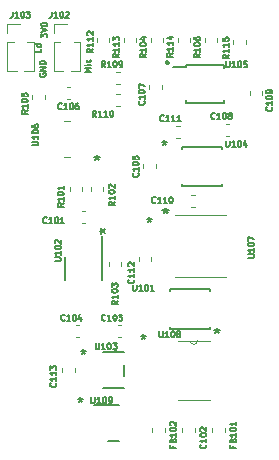
<source format=gbr>
%TF.GenerationSoftware,KiCad,Pcbnew,(5.1.6)-1*%
%TF.CreationDate,2021-06-22T07:45:44-05:00*%
%TF.ProjectId,Sapphire_AnalogMic,53617070-6869-4726-955f-416e616c6f67,rev?*%
%TF.SameCoordinates,Original*%
%TF.FileFunction,Legend,Top*%
%TF.FilePolarity,Positive*%
%FSLAX46Y46*%
G04 Gerber Fmt 4.6, Leading zero omitted, Abs format (unit mm)*
G04 Created by KiCad (PCBNEW (5.1.6)-1) date 2021-06-22 07:45:44*
%MOMM*%
%LPD*%
G01*
G04 APERTURE LIST*
%ADD10C,0.150000*%
%ADD11C,0.127000*%
%ADD12C,0.300000*%
%ADD13C,0.152400*%
%ADD14C,0.120000*%
G04 APERTURE END LIST*
D10*
X121793000Y-110831380D02*
X121793000Y-111069476D01*
X121554904Y-110974238D02*
X121793000Y-111069476D01*
X122031095Y-110974238D01*
X121650142Y-111259952D02*
X121793000Y-111069476D01*
X121935857Y-111259952D01*
D11*
X112624809Y-96592571D02*
X112624809Y-96834476D01*
X112116809Y-96834476D01*
X112624809Y-96205523D02*
X112116809Y-96205523D01*
X112600619Y-96205523D02*
X112624809Y-96253904D01*
X112624809Y-96350666D01*
X112600619Y-96399047D01*
X112576428Y-96423238D01*
X112528047Y-96447428D01*
X112382904Y-96447428D01*
X112334523Y-96423238D01*
X112310333Y-96399047D01*
X112286142Y-96350666D01*
X112286142Y-96253904D01*
X112310333Y-96205523D01*
X112624809Y-95624952D02*
X112624809Y-95310476D01*
X112818333Y-95479809D01*
X112818333Y-95407238D01*
X112842523Y-95358857D01*
X112866714Y-95334666D01*
X112915095Y-95310476D01*
X113036047Y-95310476D01*
X113084428Y-95334666D01*
X113108619Y-95358857D01*
X113132809Y-95407238D01*
X113132809Y-95552380D01*
X113108619Y-95600761D01*
X113084428Y-95624952D01*
X112624809Y-95165333D02*
X113132809Y-94996000D01*
X112624809Y-94826666D01*
X112624809Y-94560571D02*
X112624809Y-94512190D01*
X112649000Y-94463809D01*
X112673190Y-94439619D01*
X112721571Y-94415428D01*
X112818333Y-94391238D01*
X112939285Y-94391238D01*
X113036047Y-94415428D01*
X113084428Y-94439619D01*
X113108619Y-94463809D01*
X113132809Y-94512190D01*
X113132809Y-94560571D01*
X113108619Y-94608952D01*
X113084428Y-94633142D01*
X113036047Y-94657333D01*
X112939285Y-94681523D01*
X112818333Y-94681523D01*
X112721571Y-94657333D01*
X112673190Y-94633142D01*
X112649000Y-94608952D01*
X112624809Y-94560571D01*
X116815809Y-98552000D02*
X116307809Y-98552000D01*
X116670666Y-98382666D01*
X116307809Y-98213333D01*
X116815809Y-98213333D01*
X116815809Y-97971428D02*
X116477142Y-97971428D01*
X116307809Y-97971428D02*
X116332000Y-97995619D01*
X116356190Y-97971428D01*
X116332000Y-97947238D01*
X116307809Y-97971428D01*
X116356190Y-97971428D01*
X116791619Y-97511809D02*
X116815809Y-97560190D01*
X116815809Y-97656952D01*
X116791619Y-97705333D01*
X116767428Y-97729523D01*
X116719047Y-97753714D01*
X116573904Y-97753714D01*
X116525523Y-97729523D01*
X116501333Y-97705333D01*
X116477142Y-97656952D01*
X116477142Y-97560190D01*
X116501333Y-97511809D01*
X112522000Y-98685047D02*
X112497809Y-98733428D01*
X112497809Y-98806000D01*
X112522000Y-98878571D01*
X112570380Y-98926952D01*
X112618761Y-98951142D01*
X112715523Y-98975333D01*
X112788095Y-98975333D01*
X112884857Y-98951142D01*
X112933238Y-98926952D01*
X112981619Y-98878571D01*
X113005809Y-98806000D01*
X113005809Y-98757619D01*
X112981619Y-98685047D01*
X112957428Y-98660857D01*
X112788095Y-98660857D01*
X112788095Y-98757619D01*
X113005809Y-98443142D02*
X112497809Y-98443142D01*
X113005809Y-98152857D01*
X112497809Y-98152857D01*
X113005809Y-97910952D02*
X112497809Y-97910952D01*
X112497809Y-97790000D01*
X112522000Y-97717428D01*
X112570380Y-97669047D01*
X112618761Y-97644857D01*
X112715523Y-97620666D01*
X112788095Y-97620666D01*
X112884857Y-97644857D01*
X112933238Y-97669047D01*
X112981619Y-97717428D01*
X113005809Y-97790000D01*
X113005809Y-97910952D01*
D12*
X123317000Y-97690714D02*
X123388428Y-97762142D01*
X123317000Y-97833571D01*
X123245571Y-97762142D01*
X123317000Y-97690714D01*
X123317000Y-97833571D01*
D13*
%TO.C,U102*%
X114655003Y-114239002D02*
X114655003Y-116139001D01*
X117754999Y-112439000D02*
X117755002Y-116139001D01*
D14*
%TO.C,C113*%
X115445000Y-123987779D02*
X115445000Y-123662221D01*
X114425000Y-123987779D02*
X114425000Y-123662221D01*
D13*
%TO.C,U109*%
X118270000Y-129819999D02*
X119244999Y-129819999D01*
X117070000Y-126720001D02*
X119244999Y-126720001D01*
D14*
%TO.C,U108*%
X126913153Y-121323100D02*
X124165847Y-121323100D01*
X124165847Y-126326900D02*
X126913153Y-126326900D01*
X125234700Y-121323100D02*
G75*
G03*
X125844300Y-121323100I304800J0D01*
G01*
%TO.C,J103*%
X109761000Y-98485000D02*
X110563470Y-98485000D01*
X111178530Y-98485000D02*
X111981000Y-98485000D01*
X109761000Y-96010000D02*
X109761000Y-98485000D01*
X111981000Y-96010000D02*
X111981000Y-98485000D01*
X109761000Y-96010000D02*
X110307529Y-96010000D01*
X111434471Y-96010000D02*
X111981000Y-96010000D01*
X109761000Y-95250000D02*
X109761000Y-94490000D01*
X109761000Y-94490000D02*
X110871000Y-94490000D01*
%TO.C,J102*%
X113698000Y-98485000D02*
X114500470Y-98485000D01*
X115115530Y-98485000D02*
X115918000Y-98485000D01*
X113698000Y-96010000D02*
X113698000Y-98485000D01*
X115918000Y-96010000D02*
X115918000Y-98485000D01*
X113698000Y-96010000D02*
X114244529Y-96010000D01*
X115371471Y-96010000D02*
X115918000Y-96010000D01*
X113698000Y-95250000D02*
X113698000Y-94490000D01*
X113698000Y-94490000D02*
X114808000Y-94490000D01*
D13*
%TO.C,U101*%
X126898400Y-116941600D02*
X123545600Y-116941600D01*
X123545600Y-116941600D02*
X123545600Y-117106700D01*
X123545600Y-120294400D02*
X126898400Y-120294400D01*
X126898400Y-120294400D02*
X126898400Y-120129300D01*
X126898400Y-117106700D02*
X126898400Y-116941600D01*
X123545600Y-120129300D02*
X123545600Y-120294400D01*
D14*
%TO.C,C105*%
X121283000Y-106715779D02*
X121283000Y-106390221D01*
X122303000Y-106715779D02*
X122303000Y-106390221D01*
%TO.C,U107*%
X123990100Y-115912900D02*
X128231900Y-115912900D01*
X128231900Y-110655100D02*
X123990100Y-110655100D01*
%TO.C,C112*%
X120902000Y-114589779D02*
X120902000Y-114264221D01*
X121922000Y-114589779D02*
X121922000Y-114264221D01*
%TO.C,C110*%
X125313221Y-108964000D02*
X125638779Y-108964000D01*
X125313221Y-109984000D02*
X125638779Y-109984000D01*
%TO.C,U106*%
X114581684Y-105791000D02*
X115034316Y-105791000D01*
X115034316Y-102743000D02*
X114581684Y-102743000D01*
%TO.C,R106*%
X126490000Y-95722221D02*
X126490000Y-96047779D01*
X127510000Y-95722221D02*
X127510000Y-96047779D01*
%TO.C,R104*%
X121918000Y-95722221D02*
X121918000Y-96047779D01*
X122938000Y-95722221D02*
X122938000Y-96047779D01*
D10*
%TO.C,U105*%
X124867000Y-97943000D02*
X124867000Y-98118000D01*
X128117000Y-97943000D02*
X128117000Y-98218000D01*
X128117000Y-101193000D02*
X128117000Y-100918000D01*
X124867000Y-101193000D02*
X124867000Y-100918000D01*
X124867000Y-97943000D02*
X128117000Y-97943000D01*
X124867000Y-101193000D02*
X128117000Y-101193000D01*
X124867000Y-98118000D02*
X123792000Y-98118000D01*
D14*
%TO.C,C106*%
X114772221Y-99820000D02*
X115097779Y-99820000D01*
X114772221Y-100840000D02*
X115097779Y-100840000D01*
%TO.C,R115*%
X129923000Y-95849221D02*
X129923000Y-96174779D01*
X128903000Y-95849221D02*
X128903000Y-96174779D01*
%TO.C,R114*%
X125224000Y-95722221D02*
X125224000Y-96047779D01*
X124204000Y-95722221D02*
X124204000Y-96047779D01*
%TO.C,R113*%
X120652000Y-95722221D02*
X120652000Y-96047779D01*
X119632000Y-95722221D02*
X119632000Y-96047779D01*
%TO.C,R112*%
X117346000Y-96047779D02*
X117346000Y-95722221D01*
X118366000Y-96047779D02*
X118366000Y-95722221D01*
%TO.C,R110*%
X119288779Y-101475000D02*
X118963221Y-101475000D01*
X119288779Y-100455000D02*
X118963221Y-100455000D01*
%TO.C,R109*%
X119288779Y-99570000D02*
X118963221Y-99570000D01*
X119288779Y-98550000D02*
X118963221Y-98550000D01*
%TO.C,R105*%
X111885000Y-100873779D02*
X111885000Y-100548221D01*
X112905000Y-100873779D02*
X112905000Y-100548221D01*
%TO.C,R103*%
X118362000Y-114970779D02*
X118362000Y-114645221D01*
X119382000Y-114970779D02*
X119382000Y-114645221D01*
%TO.C,R102*%
X116838000Y-108620779D02*
X116838000Y-108295221D01*
X117858000Y-108620779D02*
X117858000Y-108295221D01*
%TO.C,R101*%
X115060000Y-108620779D02*
X115060000Y-108295221D01*
X116080000Y-108620779D02*
X116080000Y-108295221D01*
%TO.C,FB102*%
X123065000Y-128742221D02*
X123065000Y-129067779D01*
X122045000Y-128742221D02*
X122045000Y-129067779D01*
%TO.C,FB101*%
X128145000Y-128742221D02*
X128145000Y-129067779D01*
X127125000Y-128742221D02*
X127125000Y-129067779D01*
%TO.C,C111*%
X124043221Y-103122000D02*
X124368779Y-103122000D01*
X124043221Y-104142000D02*
X124368779Y-104142000D01*
%TO.C,C109*%
X131320000Y-100167221D02*
X131320000Y-100492779D01*
X130300000Y-100167221D02*
X130300000Y-100492779D01*
%TO.C,C108*%
X128559779Y-104015000D02*
X128234221Y-104015000D01*
X128559779Y-102995000D02*
X128234221Y-102995000D01*
%TO.C,C107*%
X122811000Y-99659221D02*
X122811000Y-99984779D01*
X121791000Y-99659221D02*
X121791000Y-99984779D01*
%TO.C,C104*%
X115534221Y-120013000D02*
X115859779Y-120013000D01*
X115534221Y-121033000D02*
X115859779Y-121033000D01*
%TO.C,C103*%
X119090221Y-120013000D02*
X119415779Y-120013000D01*
X119090221Y-121033000D02*
X119415779Y-121033000D01*
%TO.C,C102*%
X124585000Y-129067779D02*
X124585000Y-128742221D01*
X125605000Y-129067779D02*
X125605000Y-128742221D01*
%TO.C,C101*%
X116042221Y-110361000D02*
X116367779Y-110361000D01*
X116042221Y-111381000D02*
X116367779Y-111381000D01*
D13*
%TO.C,U104*%
X124561600Y-108229400D02*
X127914400Y-108229400D01*
X127914400Y-108229400D02*
X127914400Y-108064300D01*
X127914400Y-104876600D02*
X124561600Y-104876600D01*
X124561600Y-104876600D02*
X124561600Y-105041700D01*
X124561600Y-108064300D02*
X124561600Y-108229400D01*
X127914400Y-105041700D02*
X127914400Y-104876600D01*
%TO.C,U103*%
X117868700Y-122301000D02*
X119621300Y-122301000D01*
X119621300Y-124289861D02*
X119621300Y-123360139D01*
X117868700Y-125349000D02*
X119621300Y-125349000D01*
X119036502Y-122211950D02*
G75*
G03*
X118745000Y-121996200I-291502J-89050D01*
G01*
%TO.C,U102*%
D11*
X113767809Y-114535857D02*
X114179047Y-114535857D01*
X114227428Y-114511666D01*
X114251619Y-114487476D01*
X114275809Y-114439095D01*
X114275809Y-114342333D01*
X114251619Y-114293952D01*
X114227428Y-114269761D01*
X114179047Y-114245571D01*
X113767809Y-114245571D01*
X114275809Y-113737571D02*
X114275809Y-114027857D01*
X114275809Y-113882714D02*
X113767809Y-113882714D01*
X113840380Y-113931095D01*
X113888761Y-113979476D01*
X113912952Y-114027857D01*
X113767809Y-113423095D02*
X113767809Y-113374714D01*
X113792000Y-113326333D01*
X113816190Y-113302142D01*
X113864571Y-113277952D01*
X113961333Y-113253761D01*
X114082285Y-113253761D01*
X114179047Y-113277952D01*
X114227428Y-113302142D01*
X114251619Y-113326333D01*
X114275809Y-113374714D01*
X114275809Y-113423095D01*
X114251619Y-113471476D01*
X114227428Y-113495666D01*
X114179047Y-113519857D01*
X114082285Y-113544047D01*
X113961333Y-113544047D01*
X113864571Y-113519857D01*
X113816190Y-113495666D01*
X113792000Y-113471476D01*
X113767809Y-113423095D01*
X113816190Y-113060238D02*
X113792000Y-113036047D01*
X113767809Y-112987666D01*
X113767809Y-112866714D01*
X113792000Y-112818333D01*
X113816190Y-112794142D01*
X113864571Y-112769952D01*
X113912952Y-112769952D01*
X113985523Y-112794142D01*
X114275809Y-113084428D01*
X114275809Y-112769952D01*
D10*
X117562380Y-112014000D02*
X117800476Y-112014000D01*
X117705238Y-112252095D02*
X117800476Y-112014000D01*
X117705238Y-111775904D01*
X117990952Y-112156857D02*
X117800476Y-112014000D01*
X117990952Y-111871142D01*
%TO.C,C113*%
D11*
X113846428Y-124901476D02*
X113870619Y-124925666D01*
X113894809Y-124998238D01*
X113894809Y-125046619D01*
X113870619Y-125119190D01*
X113822238Y-125167571D01*
X113773857Y-125191761D01*
X113677095Y-125215952D01*
X113604523Y-125215952D01*
X113507761Y-125191761D01*
X113459380Y-125167571D01*
X113411000Y-125119190D01*
X113386809Y-125046619D01*
X113386809Y-124998238D01*
X113411000Y-124925666D01*
X113435190Y-124901476D01*
X113894809Y-124417666D02*
X113894809Y-124707952D01*
X113894809Y-124562809D02*
X113386809Y-124562809D01*
X113459380Y-124611190D01*
X113507761Y-124659571D01*
X113531952Y-124707952D01*
X113894809Y-123933857D02*
X113894809Y-124224142D01*
X113894809Y-124079000D02*
X113386809Y-124079000D01*
X113459380Y-124127380D01*
X113507761Y-124175761D01*
X113531952Y-124224142D01*
X113386809Y-123764523D02*
X113386809Y-123450047D01*
X113580333Y-123619380D01*
X113580333Y-123546809D01*
X113604523Y-123498428D01*
X113628714Y-123474238D01*
X113677095Y-123450047D01*
X113798047Y-123450047D01*
X113846428Y-123474238D01*
X113870619Y-123498428D01*
X113894809Y-123546809D01*
X113894809Y-123691952D01*
X113870619Y-123740333D01*
X113846428Y-123764523D01*
%TO.C,U109*%
X116858142Y-126086809D02*
X116858142Y-126498047D01*
X116882333Y-126546428D01*
X116906523Y-126570619D01*
X116954904Y-126594809D01*
X117051666Y-126594809D01*
X117100047Y-126570619D01*
X117124238Y-126546428D01*
X117148428Y-126498047D01*
X117148428Y-126086809D01*
X117656428Y-126594809D02*
X117366142Y-126594809D01*
X117511285Y-126594809D02*
X117511285Y-126086809D01*
X117462904Y-126159380D01*
X117414523Y-126207761D01*
X117366142Y-126231952D01*
X117970904Y-126086809D02*
X118019285Y-126086809D01*
X118067666Y-126111000D01*
X118091857Y-126135190D01*
X118116047Y-126183571D01*
X118140238Y-126280333D01*
X118140238Y-126401285D01*
X118116047Y-126498047D01*
X118091857Y-126546428D01*
X118067666Y-126570619D01*
X118019285Y-126594809D01*
X117970904Y-126594809D01*
X117922523Y-126570619D01*
X117898333Y-126546428D01*
X117874142Y-126498047D01*
X117849952Y-126401285D01*
X117849952Y-126280333D01*
X117874142Y-126183571D01*
X117898333Y-126135190D01*
X117922523Y-126111000D01*
X117970904Y-126086809D01*
X118382142Y-126594809D02*
X118478904Y-126594809D01*
X118527285Y-126570619D01*
X118551476Y-126546428D01*
X118599857Y-126473857D01*
X118624047Y-126377095D01*
X118624047Y-126183571D01*
X118599857Y-126135190D01*
X118575666Y-126111000D01*
X118527285Y-126086809D01*
X118430523Y-126086809D01*
X118382142Y-126111000D01*
X118357952Y-126135190D01*
X118333761Y-126183571D01*
X118333761Y-126304523D01*
X118357952Y-126352904D01*
X118382142Y-126377095D01*
X118430523Y-126401285D01*
X118527285Y-126401285D01*
X118575666Y-126377095D01*
X118599857Y-126352904D01*
X118624047Y-126304523D01*
D10*
X115951000Y-126071380D02*
X115951000Y-126309476D01*
X115712904Y-126214238D02*
X115951000Y-126309476D01*
X116189095Y-126214238D01*
X115808142Y-126499952D02*
X115951000Y-126309476D01*
X116093857Y-126499952D01*
%TO.C,U108*%
D11*
X122636642Y-120498809D02*
X122636642Y-120910047D01*
X122660833Y-120958428D01*
X122685023Y-120982619D01*
X122733404Y-121006809D01*
X122830166Y-121006809D01*
X122878547Y-120982619D01*
X122902738Y-120958428D01*
X122926928Y-120910047D01*
X122926928Y-120498809D01*
X123434928Y-121006809D02*
X123144642Y-121006809D01*
X123289785Y-121006809D02*
X123289785Y-120498809D01*
X123241404Y-120571380D01*
X123193023Y-120619761D01*
X123144642Y-120643952D01*
X123749404Y-120498809D02*
X123797785Y-120498809D01*
X123846166Y-120523000D01*
X123870357Y-120547190D01*
X123894547Y-120595571D01*
X123918738Y-120692333D01*
X123918738Y-120813285D01*
X123894547Y-120910047D01*
X123870357Y-120958428D01*
X123846166Y-120982619D01*
X123797785Y-121006809D01*
X123749404Y-121006809D01*
X123701023Y-120982619D01*
X123676833Y-120958428D01*
X123652642Y-120910047D01*
X123628452Y-120813285D01*
X123628452Y-120692333D01*
X123652642Y-120595571D01*
X123676833Y-120547190D01*
X123701023Y-120523000D01*
X123749404Y-120498809D01*
X124209023Y-120716523D02*
X124160642Y-120692333D01*
X124136452Y-120668142D01*
X124112261Y-120619761D01*
X124112261Y-120595571D01*
X124136452Y-120547190D01*
X124160642Y-120523000D01*
X124209023Y-120498809D01*
X124305785Y-120498809D01*
X124354166Y-120523000D01*
X124378357Y-120547190D01*
X124402547Y-120595571D01*
X124402547Y-120619761D01*
X124378357Y-120668142D01*
X124354166Y-120692333D01*
X124305785Y-120716523D01*
X124209023Y-120716523D01*
X124160642Y-120740714D01*
X124136452Y-120764904D01*
X124112261Y-120813285D01*
X124112261Y-120910047D01*
X124136452Y-120958428D01*
X124160642Y-120982619D01*
X124209023Y-121006809D01*
X124305785Y-121006809D01*
X124354166Y-120982619D01*
X124378357Y-120958428D01*
X124402547Y-120910047D01*
X124402547Y-120813285D01*
X124378357Y-120764904D01*
X124354166Y-120740714D01*
X124305785Y-120716523D01*
D10*
X121285000Y-120737380D02*
X121285000Y-120975476D01*
X121046904Y-120880238D02*
X121285000Y-120975476D01*
X121523095Y-120880238D01*
X121142142Y-121165952D02*
X121285000Y-120975476D01*
X121427857Y-121165952D01*
X121285000Y-120737380D02*
X121285000Y-120975476D01*
X121046904Y-120880238D02*
X121285000Y-120975476D01*
X121523095Y-120880238D01*
X121142142Y-121165952D02*
X121285000Y-120975476D01*
X121427857Y-121165952D01*
%TO.C,J103*%
D11*
X110217857Y-93447809D02*
X110217857Y-93810666D01*
X110193666Y-93883238D01*
X110145285Y-93931619D01*
X110072714Y-93955809D01*
X110024333Y-93955809D01*
X110725857Y-93955809D02*
X110435571Y-93955809D01*
X110580714Y-93955809D02*
X110580714Y-93447809D01*
X110532333Y-93520380D01*
X110483952Y-93568761D01*
X110435571Y-93592952D01*
X111040333Y-93447809D02*
X111088714Y-93447809D01*
X111137095Y-93472000D01*
X111161285Y-93496190D01*
X111185476Y-93544571D01*
X111209666Y-93641333D01*
X111209666Y-93762285D01*
X111185476Y-93859047D01*
X111161285Y-93907428D01*
X111137095Y-93931619D01*
X111088714Y-93955809D01*
X111040333Y-93955809D01*
X110991952Y-93931619D01*
X110967761Y-93907428D01*
X110943571Y-93859047D01*
X110919380Y-93762285D01*
X110919380Y-93641333D01*
X110943571Y-93544571D01*
X110967761Y-93496190D01*
X110991952Y-93472000D01*
X111040333Y-93447809D01*
X111379000Y-93447809D02*
X111693476Y-93447809D01*
X111524142Y-93641333D01*
X111596714Y-93641333D01*
X111645095Y-93665523D01*
X111669285Y-93689714D01*
X111693476Y-93738095D01*
X111693476Y-93859047D01*
X111669285Y-93907428D01*
X111645095Y-93931619D01*
X111596714Y-93955809D01*
X111451571Y-93955809D01*
X111403190Y-93931619D01*
X111379000Y-93907428D01*
%TO.C,J102*%
X113519857Y-93447809D02*
X113519857Y-93810666D01*
X113495666Y-93883238D01*
X113447285Y-93931619D01*
X113374714Y-93955809D01*
X113326333Y-93955809D01*
X114027857Y-93955809D02*
X113737571Y-93955809D01*
X113882714Y-93955809D02*
X113882714Y-93447809D01*
X113834333Y-93520380D01*
X113785952Y-93568761D01*
X113737571Y-93592952D01*
X114342333Y-93447809D02*
X114390714Y-93447809D01*
X114439095Y-93472000D01*
X114463285Y-93496190D01*
X114487476Y-93544571D01*
X114511666Y-93641333D01*
X114511666Y-93762285D01*
X114487476Y-93859047D01*
X114463285Y-93907428D01*
X114439095Y-93931619D01*
X114390714Y-93955809D01*
X114342333Y-93955809D01*
X114293952Y-93931619D01*
X114269761Y-93907428D01*
X114245571Y-93859047D01*
X114221380Y-93762285D01*
X114221380Y-93641333D01*
X114245571Y-93544571D01*
X114269761Y-93496190D01*
X114293952Y-93472000D01*
X114342333Y-93447809D01*
X114705190Y-93496190D02*
X114729380Y-93472000D01*
X114777761Y-93447809D01*
X114898714Y-93447809D01*
X114947095Y-93472000D01*
X114971285Y-93496190D01*
X114995476Y-93544571D01*
X114995476Y-93592952D01*
X114971285Y-93665523D01*
X114681000Y-93955809D01*
X114995476Y-93955809D01*
%TO.C,U101*%
X120414142Y-116561809D02*
X120414142Y-116973047D01*
X120438333Y-117021428D01*
X120462523Y-117045619D01*
X120510904Y-117069809D01*
X120607666Y-117069809D01*
X120656047Y-117045619D01*
X120680238Y-117021428D01*
X120704428Y-116973047D01*
X120704428Y-116561809D01*
X121212428Y-117069809D02*
X120922142Y-117069809D01*
X121067285Y-117069809D02*
X121067285Y-116561809D01*
X121018904Y-116634380D01*
X120970523Y-116682761D01*
X120922142Y-116706952D01*
X121526904Y-116561809D02*
X121575285Y-116561809D01*
X121623666Y-116586000D01*
X121647857Y-116610190D01*
X121672047Y-116658571D01*
X121696238Y-116755333D01*
X121696238Y-116876285D01*
X121672047Y-116973047D01*
X121647857Y-117021428D01*
X121623666Y-117045619D01*
X121575285Y-117069809D01*
X121526904Y-117069809D01*
X121478523Y-117045619D01*
X121454333Y-117021428D01*
X121430142Y-116973047D01*
X121405952Y-116876285D01*
X121405952Y-116755333D01*
X121430142Y-116658571D01*
X121454333Y-116610190D01*
X121478523Y-116586000D01*
X121526904Y-116561809D01*
X122180047Y-117069809D02*
X121889761Y-117069809D01*
X122034904Y-117069809D02*
X122034904Y-116561809D01*
X121986523Y-116634380D01*
X121938142Y-116682761D01*
X121889761Y-116706952D01*
D10*
X127508000Y-120229380D02*
X127508000Y-120467476D01*
X127269904Y-120372238D02*
X127508000Y-120467476D01*
X127746095Y-120372238D01*
X127365142Y-120657952D02*
X127508000Y-120467476D01*
X127650857Y-120657952D01*
X127508000Y-120229380D02*
X127508000Y-120467476D01*
X127269904Y-120372238D02*
X127508000Y-120467476D01*
X127746095Y-120372238D01*
X127365142Y-120657952D02*
X127508000Y-120467476D01*
X127650857Y-120657952D01*
%TO.C,C105*%
D11*
X120831428Y-107121476D02*
X120855619Y-107145666D01*
X120879809Y-107218238D01*
X120879809Y-107266619D01*
X120855619Y-107339190D01*
X120807238Y-107387571D01*
X120758857Y-107411761D01*
X120662095Y-107435952D01*
X120589523Y-107435952D01*
X120492761Y-107411761D01*
X120444380Y-107387571D01*
X120396000Y-107339190D01*
X120371809Y-107266619D01*
X120371809Y-107218238D01*
X120396000Y-107145666D01*
X120420190Y-107121476D01*
X120879809Y-106637666D02*
X120879809Y-106927952D01*
X120879809Y-106782809D02*
X120371809Y-106782809D01*
X120444380Y-106831190D01*
X120492761Y-106879571D01*
X120516952Y-106927952D01*
X120371809Y-106323190D02*
X120371809Y-106274809D01*
X120396000Y-106226428D01*
X120420190Y-106202238D01*
X120468571Y-106178047D01*
X120565333Y-106153857D01*
X120686285Y-106153857D01*
X120783047Y-106178047D01*
X120831428Y-106202238D01*
X120855619Y-106226428D01*
X120879809Y-106274809D01*
X120879809Y-106323190D01*
X120855619Y-106371571D01*
X120831428Y-106395761D01*
X120783047Y-106419952D01*
X120686285Y-106444142D01*
X120565333Y-106444142D01*
X120468571Y-106419952D01*
X120420190Y-106395761D01*
X120396000Y-106371571D01*
X120371809Y-106323190D01*
X120371809Y-105694238D02*
X120371809Y-105936142D01*
X120613714Y-105960333D01*
X120589523Y-105936142D01*
X120565333Y-105887761D01*
X120565333Y-105766809D01*
X120589523Y-105718428D01*
X120613714Y-105694238D01*
X120662095Y-105670047D01*
X120783047Y-105670047D01*
X120831428Y-105694238D01*
X120855619Y-105718428D01*
X120879809Y-105766809D01*
X120879809Y-105887761D01*
X120855619Y-105936142D01*
X120831428Y-105960333D01*
%TO.C,U107*%
X130150809Y-114281857D02*
X130562047Y-114281857D01*
X130610428Y-114257666D01*
X130634619Y-114233476D01*
X130658809Y-114185095D01*
X130658809Y-114088333D01*
X130634619Y-114039952D01*
X130610428Y-114015761D01*
X130562047Y-113991571D01*
X130150809Y-113991571D01*
X130658809Y-113483571D02*
X130658809Y-113773857D01*
X130658809Y-113628714D02*
X130150809Y-113628714D01*
X130223380Y-113677095D01*
X130271761Y-113725476D01*
X130295952Y-113773857D01*
X130150809Y-113169095D02*
X130150809Y-113120714D01*
X130175000Y-113072333D01*
X130199190Y-113048142D01*
X130247571Y-113023952D01*
X130344333Y-112999761D01*
X130465285Y-112999761D01*
X130562047Y-113023952D01*
X130610428Y-113048142D01*
X130634619Y-113072333D01*
X130658809Y-113120714D01*
X130658809Y-113169095D01*
X130634619Y-113217476D01*
X130610428Y-113241666D01*
X130562047Y-113265857D01*
X130465285Y-113290047D01*
X130344333Y-113290047D01*
X130247571Y-113265857D01*
X130199190Y-113241666D01*
X130175000Y-113217476D01*
X130150809Y-113169095D01*
X130150809Y-112830428D02*
X130150809Y-112491761D01*
X130658809Y-112709476D01*
D10*
X123132850Y-110069380D02*
X123132850Y-110307476D01*
X122894754Y-110212238D02*
X123132850Y-110307476D01*
X123370945Y-110212238D01*
X122989992Y-110497952D02*
X123132850Y-110307476D01*
X123275707Y-110497952D01*
X123190000Y-110069380D02*
X123190000Y-110307476D01*
X122951904Y-110212238D02*
X123190000Y-110307476D01*
X123428095Y-110212238D01*
X123047142Y-110497952D02*
X123190000Y-110307476D01*
X123332857Y-110497952D01*
%TO.C,C112*%
D11*
X120450428Y-116138476D02*
X120474619Y-116162666D01*
X120498809Y-116235238D01*
X120498809Y-116283619D01*
X120474619Y-116356190D01*
X120426238Y-116404571D01*
X120377857Y-116428761D01*
X120281095Y-116452952D01*
X120208523Y-116452952D01*
X120111761Y-116428761D01*
X120063380Y-116404571D01*
X120015000Y-116356190D01*
X119990809Y-116283619D01*
X119990809Y-116235238D01*
X120015000Y-116162666D01*
X120039190Y-116138476D01*
X120498809Y-115654666D02*
X120498809Y-115944952D01*
X120498809Y-115799809D02*
X119990809Y-115799809D01*
X120063380Y-115848190D01*
X120111761Y-115896571D01*
X120135952Y-115944952D01*
X120498809Y-115170857D02*
X120498809Y-115461142D01*
X120498809Y-115316000D02*
X119990809Y-115316000D01*
X120063380Y-115364380D01*
X120111761Y-115412761D01*
X120135952Y-115461142D01*
X120039190Y-114977333D02*
X120015000Y-114953142D01*
X119990809Y-114904761D01*
X119990809Y-114783809D01*
X120015000Y-114735428D01*
X120039190Y-114711238D01*
X120087571Y-114687047D01*
X120135952Y-114687047D01*
X120208523Y-114711238D01*
X120498809Y-115001523D01*
X120498809Y-114687047D01*
%TO.C,C110*%
X122304023Y-109591928D02*
X122279833Y-109616119D01*
X122207261Y-109640309D01*
X122158880Y-109640309D01*
X122086309Y-109616119D01*
X122037928Y-109567738D01*
X122013738Y-109519357D01*
X121989547Y-109422595D01*
X121989547Y-109350023D01*
X122013738Y-109253261D01*
X122037928Y-109204880D01*
X122086309Y-109156500D01*
X122158880Y-109132309D01*
X122207261Y-109132309D01*
X122279833Y-109156500D01*
X122304023Y-109180690D01*
X122787833Y-109640309D02*
X122497547Y-109640309D01*
X122642690Y-109640309D02*
X122642690Y-109132309D01*
X122594309Y-109204880D01*
X122545928Y-109253261D01*
X122497547Y-109277452D01*
X123271642Y-109640309D02*
X122981357Y-109640309D01*
X123126500Y-109640309D02*
X123126500Y-109132309D01*
X123078119Y-109204880D01*
X123029738Y-109253261D01*
X122981357Y-109277452D01*
X123586119Y-109132309D02*
X123634500Y-109132309D01*
X123682880Y-109156500D01*
X123707071Y-109180690D01*
X123731261Y-109229071D01*
X123755452Y-109325833D01*
X123755452Y-109446785D01*
X123731261Y-109543547D01*
X123707071Y-109591928D01*
X123682880Y-109616119D01*
X123634500Y-109640309D01*
X123586119Y-109640309D01*
X123537738Y-109616119D01*
X123513547Y-109591928D01*
X123489357Y-109543547D01*
X123465166Y-109446785D01*
X123465166Y-109325833D01*
X123489357Y-109229071D01*
X123513547Y-109180690D01*
X123537738Y-109156500D01*
X123586119Y-109132309D01*
%TO.C,U106*%
X111862809Y-104756857D02*
X112274047Y-104756857D01*
X112322428Y-104732666D01*
X112346619Y-104708476D01*
X112370809Y-104660095D01*
X112370809Y-104563333D01*
X112346619Y-104514952D01*
X112322428Y-104490761D01*
X112274047Y-104466571D01*
X111862809Y-104466571D01*
X112370809Y-103958571D02*
X112370809Y-104248857D01*
X112370809Y-104103714D02*
X111862809Y-104103714D01*
X111935380Y-104152095D01*
X111983761Y-104200476D01*
X112007952Y-104248857D01*
X111862809Y-103644095D02*
X111862809Y-103595714D01*
X111887000Y-103547333D01*
X111911190Y-103523142D01*
X111959571Y-103498952D01*
X112056333Y-103474761D01*
X112177285Y-103474761D01*
X112274047Y-103498952D01*
X112322428Y-103523142D01*
X112346619Y-103547333D01*
X112370809Y-103595714D01*
X112370809Y-103644095D01*
X112346619Y-103692476D01*
X112322428Y-103716666D01*
X112274047Y-103740857D01*
X112177285Y-103765047D01*
X112056333Y-103765047D01*
X111959571Y-103740857D01*
X111911190Y-103716666D01*
X111887000Y-103692476D01*
X111862809Y-103644095D01*
X111862809Y-103039333D02*
X111862809Y-103136095D01*
X111887000Y-103184476D01*
X111911190Y-103208666D01*
X111983761Y-103257047D01*
X112080523Y-103281238D01*
X112274047Y-103281238D01*
X112322428Y-103257047D01*
X112346619Y-103232857D01*
X112370809Y-103184476D01*
X112370809Y-103087714D01*
X112346619Y-103039333D01*
X112322428Y-103015142D01*
X112274047Y-102990952D01*
X112153095Y-102990952D01*
X112104714Y-103015142D01*
X112080523Y-103039333D01*
X112056333Y-103087714D01*
X112056333Y-103184476D01*
X112080523Y-103232857D01*
X112104714Y-103257047D01*
X112153095Y-103281238D01*
D10*
X117348000Y-105624380D02*
X117348000Y-105862476D01*
X117109904Y-105767238D02*
X117348000Y-105862476D01*
X117586095Y-105767238D01*
X117205142Y-106052952D02*
X117348000Y-105862476D01*
X117490857Y-106052952D01*
X117348000Y-105624380D02*
X117348000Y-105862476D01*
X117109904Y-105767238D02*
X117348000Y-105862476D01*
X117586095Y-105767238D01*
X117205142Y-106052952D02*
X117348000Y-105862476D01*
X117490857Y-106052952D01*
%TO.C,R106*%
D11*
X126086809Y-97024976D02*
X125844904Y-97194309D01*
X126086809Y-97315261D02*
X125578809Y-97315261D01*
X125578809Y-97121738D01*
X125603000Y-97073357D01*
X125627190Y-97049166D01*
X125675571Y-97024976D01*
X125748142Y-97024976D01*
X125796523Y-97049166D01*
X125820714Y-97073357D01*
X125844904Y-97121738D01*
X125844904Y-97315261D01*
X126086809Y-96541166D02*
X126086809Y-96831452D01*
X126086809Y-96686309D02*
X125578809Y-96686309D01*
X125651380Y-96734690D01*
X125699761Y-96783071D01*
X125723952Y-96831452D01*
X125578809Y-96226690D02*
X125578809Y-96178309D01*
X125603000Y-96129928D01*
X125627190Y-96105738D01*
X125675571Y-96081547D01*
X125772333Y-96057357D01*
X125893285Y-96057357D01*
X125990047Y-96081547D01*
X126038428Y-96105738D01*
X126062619Y-96129928D01*
X126086809Y-96178309D01*
X126086809Y-96226690D01*
X126062619Y-96275071D01*
X126038428Y-96299261D01*
X125990047Y-96323452D01*
X125893285Y-96347642D01*
X125772333Y-96347642D01*
X125675571Y-96323452D01*
X125627190Y-96299261D01*
X125603000Y-96275071D01*
X125578809Y-96226690D01*
X125578809Y-95621928D02*
X125578809Y-95718690D01*
X125603000Y-95767071D01*
X125627190Y-95791261D01*
X125699761Y-95839642D01*
X125796523Y-95863833D01*
X125990047Y-95863833D01*
X126038428Y-95839642D01*
X126062619Y-95815452D01*
X126086809Y-95767071D01*
X126086809Y-95670309D01*
X126062619Y-95621928D01*
X126038428Y-95597738D01*
X125990047Y-95573547D01*
X125869095Y-95573547D01*
X125820714Y-95597738D01*
X125796523Y-95621928D01*
X125772333Y-95670309D01*
X125772333Y-95767071D01*
X125796523Y-95815452D01*
X125820714Y-95839642D01*
X125869095Y-95863833D01*
%TO.C,R104*%
X121514809Y-97024976D02*
X121272904Y-97194309D01*
X121514809Y-97315261D02*
X121006809Y-97315261D01*
X121006809Y-97121738D01*
X121031000Y-97073357D01*
X121055190Y-97049166D01*
X121103571Y-97024976D01*
X121176142Y-97024976D01*
X121224523Y-97049166D01*
X121248714Y-97073357D01*
X121272904Y-97121738D01*
X121272904Y-97315261D01*
X121514809Y-96541166D02*
X121514809Y-96831452D01*
X121514809Y-96686309D02*
X121006809Y-96686309D01*
X121079380Y-96734690D01*
X121127761Y-96783071D01*
X121151952Y-96831452D01*
X121006809Y-96226690D02*
X121006809Y-96178309D01*
X121031000Y-96129928D01*
X121055190Y-96105738D01*
X121103571Y-96081547D01*
X121200333Y-96057357D01*
X121321285Y-96057357D01*
X121418047Y-96081547D01*
X121466428Y-96105738D01*
X121490619Y-96129928D01*
X121514809Y-96178309D01*
X121514809Y-96226690D01*
X121490619Y-96275071D01*
X121466428Y-96299261D01*
X121418047Y-96323452D01*
X121321285Y-96347642D01*
X121200333Y-96347642D01*
X121103571Y-96323452D01*
X121055190Y-96299261D01*
X121031000Y-96275071D01*
X121006809Y-96226690D01*
X121176142Y-95621928D02*
X121514809Y-95621928D01*
X120982619Y-95742880D02*
X121345476Y-95863833D01*
X121345476Y-95549357D01*
%TO.C,U105*%
X128288142Y-97638809D02*
X128288142Y-98050047D01*
X128312333Y-98098428D01*
X128336523Y-98122619D01*
X128384904Y-98146809D01*
X128481666Y-98146809D01*
X128530047Y-98122619D01*
X128554238Y-98098428D01*
X128578428Y-98050047D01*
X128578428Y-97638809D01*
X129086428Y-98146809D02*
X128796142Y-98146809D01*
X128941285Y-98146809D02*
X128941285Y-97638809D01*
X128892904Y-97711380D01*
X128844523Y-97759761D01*
X128796142Y-97783952D01*
X129400904Y-97638809D02*
X129449285Y-97638809D01*
X129497666Y-97663000D01*
X129521857Y-97687190D01*
X129546047Y-97735571D01*
X129570238Y-97832333D01*
X129570238Y-97953285D01*
X129546047Y-98050047D01*
X129521857Y-98098428D01*
X129497666Y-98122619D01*
X129449285Y-98146809D01*
X129400904Y-98146809D01*
X129352523Y-98122619D01*
X129328333Y-98098428D01*
X129304142Y-98050047D01*
X129279952Y-97953285D01*
X129279952Y-97832333D01*
X129304142Y-97735571D01*
X129328333Y-97687190D01*
X129352523Y-97663000D01*
X129400904Y-97638809D01*
X130029857Y-97638809D02*
X129787952Y-97638809D01*
X129763761Y-97880714D01*
X129787952Y-97856523D01*
X129836333Y-97832333D01*
X129957285Y-97832333D01*
X130005666Y-97856523D01*
X130029857Y-97880714D01*
X130054047Y-97929095D01*
X130054047Y-98050047D01*
X130029857Y-98098428D01*
X130005666Y-98122619D01*
X129957285Y-98146809D01*
X129836333Y-98146809D01*
X129787952Y-98122619D01*
X129763761Y-98098428D01*
%TO.C,C106*%
X114366523Y-101654428D02*
X114342333Y-101678619D01*
X114269761Y-101702809D01*
X114221380Y-101702809D01*
X114148809Y-101678619D01*
X114100428Y-101630238D01*
X114076238Y-101581857D01*
X114052047Y-101485095D01*
X114052047Y-101412523D01*
X114076238Y-101315761D01*
X114100428Y-101267380D01*
X114148809Y-101219000D01*
X114221380Y-101194809D01*
X114269761Y-101194809D01*
X114342333Y-101219000D01*
X114366523Y-101243190D01*
X114850333Y-101702809D02*
X114560047Y-101702809D01*
X114705190Y-101702809D02*
X114705190Y-101194809D01*
X114656809Y-101267380D01*
X114608428Y-101315761D01*
X114560047Y-101339952D01*
X115164809Y-101194809D02*
X115213190Y-101194809D01*
X115261571Y-101219000D01*
X115285761Y-101243190D01*
X115309952Y-101291571D01*
X115334142Y-101388333D01*
X115334142Y-101509285D01*
X115309952Y-101606047D01*
X115285761Y-101654428D01*
X115261571Y-101678619D01*
X115213190Y-101702809D01*
X115164809Y-101702809D01*
X115116428Y-101678619D01*
X115092238Y-101654428D01*
X115068047Y-101606047D01*
X115043857Y-101509285D01*
X115043857Y-101388333D01*
X115068047Y-101291571D01*
X115092238Y-101243190D01*
X115116428Y-101219000D01*
X115164809Y-101194809D01*
X115769571Y-101194809D02*
X115672809Y-101194809D01*
X115624428Y-101219000D01*
X115600238Y-101243190D01*
X115551857Y-101315761D01*
X115527666Y-101412523D01*
X115527666Y-101606047D01*
X115551857Y-101654428D01*
X115576047Y-101678619D01*
X115624428Y-101702809D01*
X115721190Y-101702809D01*
X115769571Y-101678619D01*
X115793761Y-101654428D01*
X115817952Y-101606047D01*
X115817952Y-101485095D01*
X115793761Y-101436714D01*
X115769571Y-101412523D01*
X115721190Y-101388333D01*
X115624428Y-101388333D01*
X115576047Y-101412523D01*
X115551857Y-101436714D01*
X115527666Y-101485095D01*
%TO.C,R115*%
X128499809Y-97088476D02*
X128257904Y-97257809D01*
X128499809Y-97378761D02*
X127991809Y-97378761D01*
X127991809Y-97185238D01*
X128016000Y-97136857D01*
X128040190Y-97112666D01*
X128088571Y-97088476D01*
X128161142Y-97088476D01*
X128209523Y-97112666D01*
X128233714Y-97136857D01*
X128257904Y-97185238D01*
X128257904Y-97378761D01*
X128499809Y-96604666D02*
X128499809Y-96894952D01*
X128499809Y-96749809D02*
X127991809Y-96749809D01*
X128064380Y-96798190D01*
X128112761Y-96846571D01*
X128136952Y-96894952D01*
X128499809Y-96120857D02*
X128499809Y-96411142D01*
X128499809Y-96266000D02*
X127991809Y-96266000D01*
X128064380Y-96314380D01*
X128112761Y-96362761D01*
X128136952Y-96411142D01*
X127991809Y-95661238D02*
X127991809Y-95903142D01*
X128233714Y-95927333D01*
X128209523Y-95903142D01*
X128185333Y-95854761D01*
X128185333Y-95733809D01*
X128209523Y-95685428D01*
X128233714Y-95661238D01*
X128282095Y-95637047D01*
X128403047Y-95637047D01*
X128451428Y-95661238D01*
X128475619Y-95685428D01*
X128499809Y-95733809D01*
X128499809Y-95854761D01*
X128475619Y-95903142D01*
X128451428Y-95927333D01*
%TO.C,R114*%
X123800809Y-96961476D02*
X123558904Y-97130809D01*
X123800809Y-97251761D02*
X123292809Y-97251761D01*
X123292809Y-97058238D01*
X123317000Y-97009857D01*
X123341190Y-96985666D01*
X123389571Y-96961476D01*
X123462142Y-96961476D01*
X123510523Y-96985666D01*
X123534714Y-97009857D01*
X123558904Y-97058238D01*
X123558904Y-97251761D01*
X123800809Y-96477666D02*
X123800809Y-96767952D01*
X123800809Y-96622809D02*
X123292809Y-96622809D01*
X123365380Y-96671190D01*
X123413761Y-96719571D01*
X123437952Y-96767952D01*
X123800809Y-95993857D02*
X123800809Y-96284142D01*
X123800809Y-96139000D02*
X123292809Y-96139000D01*
X123365380Y-96187380D01*
X123413761Y-96235761D01*
X123437952Y-96284142D01*
X123462142Y-95558428D02*
X123800809Y-95558428D01*
X123268619Y-95679380D02*
X123631476Y-95800333D01*
X123631476Y-95485857D01*
%TO.C,R113*%
X119228809Y-97024976D02*
X118986904Y-97194309D01*
X119228809Y-97315261D02*
X118720809Y-97315261D01*
X118720809Y-97121738D01*
X118745000Y-97073357D01*
X118769190Y-97049166D01*
X118817571Y-97024976D01*
X118890142Y-97024976D01*
X118938523Y-97049166D01*
X118962714Y-97073357D01*
X118986904Y-97121738D01*
X118986904Y-97315261D01*
X119228809Y-96541166D02*
X119228809Y-96831452D01*
X119228809Y-96686309D02*
X118720809Y-96686309D01*
X118793380Y-96734690D01*
X118841761Y-96783071D01*
X118865952Y-96831452D01*
X119228809Y-96057357D02*
X119228809Y-96347642D01*
X119228809Y-96202500D02*
X118720809Y-96202500D01*
X118793380Y-96250880D01*
X118841761Y-96299261D01*
X118865952Y-96347642D01*
X118720809Y-95888023D02*
X118720809Y-95573547D01*
X118914333Y-95742880D01*
X118914333Y-95670309D01*
X118938523Y-95621928D01*
X118962714Y-95597738D01*
X119011095Y-95573547D01*
X119132047Y-95573547D01*
X119180428Y-95597738D01*
X119204619Y-95621928D01*
X119228809Y-95670309D01*
X119228809Y-95815452D01*
X119204619Y-95863833D01*
X119180428Y-95888023D01*
%TO.C,R112*%
X117006309Y-96580476D02*
X116764404Y-96749809D01*
X117006309Y-96870761D02*
X116498309Y-96870761D01*
X116498309Y-96677238D01*
X116522500Y-96628857D01*
X116546690Y-96604666D01*
X116595071Y-96580476D01*
X116667642Y-96580476D01*
X116716023Y-96604666D01*
X116740214Y-96628857D01*
X116764404Y-96677238D01*
X116764404Y-96870761D01*
X117006309Y-96096666D02*
X117006309Y-96386952D01*
X117006309Y-96241809D02*
X116498309Y-96241809D01*
X116570880Y-96290190D01*
X116619261Y-96338571D01*
X116643452Y-96386952D01*
X117006309Y-95612857D02*
X117006309Y-95903142D01*
X117006309Y-95758000D02*
X116498309Y-95758000D01*
X116570880Y-95806380D01*
X116619261Y-95854761D01*
X116643452Y-95903142D01*
X116546690Y-95419333D02*
X116522500Y-95395142D01*
X116498309Y-95346761D01*
X116498309Y-95225809D01*
X116522500Y-95177428D01*
X116546690Y-95153238D01*
X116595071Y-95129047D01*
X116643452Y-95129047D01*
X116716023Y-95153238D01*
X117006309Y-95443523D01*
X117006309Y-95129047D01*
%TO.C,R110*%
X117287523Y-102337809D02*
X117118190Y-102095904D01*
X116997238Y-102337809D02*
X116997238Y-101829809D01*
X117190761Y-101829809D01*
X117239142Y-101854000D01*
X117263333Y-101878190D01*
X117287523Y-101926571D01*
X117287523Y-101999142D01*
X117263333Y-102047523D01*
X117239142Y-102071714D01*
X117190761Y-102095904D01*
X116997238Y-102095904D01*
X117771333Y-102337809D02*
X117481047Y-102337809D01*
X117626190Y-102337809D02*
X117626190Y-101829809D01*
X117577809Y-101902380D01*
X117529428Y-101950761D01*
X117481047Y-101974952D01*
X118255142Y-102337809D02*
X117964857Y-102337809D01*
X118110000Y-102337809D02*
X118110000Y-101829809D01*
X118061619Y-101902380D01*
X118013238Y-101950761D01*
X117964857Y-101974952D01*
X118569619Y-101829809D02*
X118618000Y-101829809D01*
X118666380Y-101854000D01*
X118690571Y-101878190D01*
X118714761Y-101926571D01*
X118738952Y-102023333D01*
X118738952Y-102144285D01*
X118714761Y-102241047D01*
X118690571Y-102289428D01*
X118666380Y-102313619D01*
X118618000Y-102337809D01*
X118569619Y-102337809D01*
X118521238Y-102313619D01*
X118497047Y-102289428D01*
X118472857Y-102241047D01*
X118448666Y-102144285D01*
X118448666Y-102023333D01*
X118472857Y-101926571D01*
X118497047Y-101878190D01*
X118521238Y-101854000D01*
X118569619Y-101829809D01*
%TO.C,R109*%
X118049523Y-98146809D02*
X117880190Y-97904904D01*
X117759238Y-98146809D02*
X117759238Y-97638809D01*
X117952761Y-97638809D01*
X118001142Y-97663000D01*
X118025333Y-97687190D01*
X118049523Y-97735571D01*
X118049523Y-97808142D01*
X118025333Y-97856523D01*
X118001142Y-97880714D01*
X117952761Y-97904904D01*
X117759238Y-97904904D01*
X118533333Y-98146809D02*
X118243047Y-98146809D01*
X118388190Y-98146809D02*
X118388190Y-97638809D01*
X118339809Y-97711380D01*
X118291428Y-97759761D01*
X118243047Y-97783952D01*
X118847809Y-97638809D02*
X118896190Y-97638809D01*
X118944571Y-97663000D01*
X118968761Y-97687190D01*
X118992952Y-97735571D01*
X119017142Y-97832333D01*
X119017142Y-97953285D01*
X118992952Y-98050047D01*
X118968761Y-98098428D01*
X118944571Y-98122619D01*
X118896190Y-98146809D01*
X118847809Y-98146809D01*
X118799428Y-98122619D01*
X118775238Y-98098428D01*
X118751047Y-98050047D01*
X118726857Y-97953285D01*
X118726857Y-97832333D01*
X118751047Y-97735571D01*
X118775238Y-97687190D01*
X118799428Y-97663000D01*
X118847809Y-97638809D01*
X119259047Y-98146809D02*
X119355809Y-98146809D01*
X119404190Y-98122619D01*
X119428380Y-98098428D01*
X119476761Y-98025857D01*
X119500952Y-97929095D01*
X119500952Y-97735571D01*
X119476761Y-97687190D01*
X119452571Y-97663000D01*
X119404190Y-97638809D01*
X119307428Y-97638809D01*
X119259047Y-97663000D01*
X119234857Y-97687190D01*
X119210666Y-97735571D01*
X119210666Y-97856523D01*
X119234857Y-97904904D01*
X119259047Y-97929095D01*
X119307428Y-97953285D01*
X119404190Y-97953285D01*
X119452571Y-97929095D01*
X119476761Y-97904904D01*
X119500952Y-97856523D01*
%TO.C,R105*%
X111481809Y-101787476D02*
X111239904Y-101956809D01*
X111481809Y-102077761D02*
X110973809Y-102077761D01*
X110973809Y-101884238D01*
X110998000Y-101835857D01*
X111022190Y-101811666D01*
X111070571Y-101787476D01*
X111143142Y-101787476D01*
X111191523Y-101811666D01*
X111215714Y-101835857D01*
X111239904Y-101884238D01*
X111239904Y-102077761D01*
X111481809Y-101303666D02*
X111481809Y-101593952D01*
X111481809Y-101448809D02*
X110973809Y-101448809D01*
X111046380Y-101497190D01*
X111094761Y-101545571D01*
X111118952Y-101593952D01*
X110973809Y-100989190D02*
X110973809Y-100940809D01*
X110998000Y-100892428D01*
X111022190Y-100868238D01*
X111070571Y-100844047D01*
X111167333Y-100819857D01*
X111288285Y-100819857D01*
X111385047Y-100844047D01*
X111433428Y-100868238D01*
X111457619Y-100892428D01*
X111481809Y-100940809D01*
X111481809Y-100989190D01*
X111457619Y-101037571D01*
X111433428Y-101061761D01*
X111385047Y-101085952D01*
X111288285Y-101110142D01*
X111167333Y-101110142D01*
X111070571Y-101085952D01*
X111022190Y-101061761D01*
X110998000Y-101037571D01*
X110973809Y-100989190D01*
X110973809Y-100360238D02*
X110973809Y-100602142D01*
X111215714Y-100626333D01*
X111191523Y-100602142D01*
X111167333Y-100553761D01*
X111167333Y-100432809D01*
X111191523Y-100384428D01*
X111215714Y-100360238D01*
X111264095Y-100336047D01*
X111385047Y-100336047D01*
X111433428Y-100360238D01*
X111457619Y-100384428D01*
X111481809Y-100432809D01*
X111481809Y-100553761D01*
X111457619Y-100602142D01*
X111433428Y-100626333D01*
%TO.C,R103*%
X119101809Y-117916476D02*
X118859904Y-118085809D01*
X119101809Y-118206761D02*
X118593809Y-118206761D01*
X118593809Y-118013238D01*
X118618000Y-117964857D01*
X118642190Y-117940666D01*
X118690571Y-117916476D01*
X118763142Y-117916476D01*
X118811523Y-117940666D01*
X118835714Y-117964857D01*
X118859904Y-118013238D01*
X118859904Y-118206761D01*
X119101809Y-117432666D02*
X119101809Y-117722952D01*
X119101809Y-117577809D02*
X118593809Y-117577809D01*
X118666380Y-117626190D01*
X118714761Y-117674571D01*
X118738952Y-117722952D01*
X118593809Y-117118190D02*
X118593809Y-117069809D01*
X118618000Y-117021428D01*
X118642190Y-116997238D01*
X118690571Y-116973047D01*
X118787333Y-116948857D01*
X118908285Y-116948857D01*
X119005047Y-116973047D01*
X119053428Y-116997238D01*
X119077619Y-117021428D01*
X119101809Y-117069809D01*
X119101809Y-117118190D01*
X119077619Y-117166571D01*
X119053428Y-117190761D01*
X119005047Y-117214952D01*
X118908285Y-117239142D01*
X118787333Y-117239142D01*
X118690571Y-117214952D01*
X118642190Y-117190761D01*
X118618000Y-117166571D01*
X118593809Y-117118190D01*
X118593809Y-116779523D02*
X118593809Y-116465047D01*
X118787333Y-116634380D01*
X118787333Y-116561809D01*
X118811523Y-116513428D01*
X118835714Y-116489238D01*
X118884095Y-116465047D01*
X119005047Y-116465047D01*
X119053428Y-116489238D01*
X119077619Y-116513428D01*
X119101809Y-116561809D01*
X119101809Y-116706952D01*
X119077619Y-116755333D01*
X119053428Y-116779523D01*
%TO.C,R102*%
X118847809Y-109534476D02*
X118605904Y-109703809D01*
X118847809Y-109824761D02*
X118339809Y-109824761D01*
X118339809Y-109631238D01*
X118364000Y-109582857D01*
X118388190Y-109558666D01*
X118436571Y-109534476D01*
X118509142Y-109534476D01*
X118557523Y-109558666D01*
X118581714Y-109582857D01*
X118605904Y-109631238D01*
X118605904Y-109824761D01*
X118847809Y-109050666D02*
X118847809Y-109340952D01*
X118847809Y-109195809D02*
X118339809Y-109195809D01*
X118412380Y-109244190D01*
X118460761Y-109292571D01*
X118484952Y-109340952D01*
X118339809Y-108736190D02*
X118339809Y-108687809D01*
X118364000Y-108639428D01*
X118388190Y-108615238D01*
X118436571Y-108591047D01*
X118533333Y-108566857D01*
X118654285Y-108566857D01*
X118751047Y-108591047D01*
X118799428Y-108615238D01*
X118823619Y-108639428D01*
X118847809Y-108687809D01*
X118847809Y-108736190D01*
X118823619Y-108784571D01*
X118799428Y-108808761D01*
X118751047Y-108832952D01*
X118654285Y-108857142D01*
X118533333Y-108857142D01*
X118436571Y-108832952D01*
X118388190Y-108808761D01*
X118364000Y-108784571D01*
X118339809Y-108736190D01*
X118388190Y-108373333D02*
X118364000Y-108349142D01*
X118339809Y-108300761D01*
X118339809Y-108179809D01*
X118364000Y-108131428D01*
X118388190Y-108107238D01*
X118436571Y-108083047D01*
X118484952Y-108083047D01*
X118557523Y-108107238D01*
X118847809Y-108397523D01*
X118847809Y-108083047D01*
%TO.C,R101*%
X114529809Y-109661476D02*
X114287904Y-109830809D01*
X114529809Y-109951761D02*
X114021809Y-109951761D01*
X114021809Y-109758238D01*
X114046000Y-109709857D01*
X114070190Y-109685666D01*
X114118571Y-109661476D01*
X114191142Y-109661476D01*
X114239523Y-109685666D01*
X114263714Y-109709857D01*
X114287904Y-109758238D01*
X114287904Y-109951761D01*
X114529809Y-109177666D02*
X114529809Y-109467952D01*
X114529809Y-109322809D02*
X114021809Y-109322809D01*
X114094380Y-109371190D01*
X114142761Y-109419571D01*
X114166952Y-109467952D01*
X114021809Y-108863190D02*
X114021809Y-108814809D01*
X114046000Y-108766428D01*
X114070190Y-108742238D01*
X114118571Y-108718047D01*
X114215333Y-108693857D01*
X114336285Y-108693857D01*
X114433047Y-108718047D01*
X114481428Y-108742238D01*
X114505619Y-108766428D01*
X114529809Y-108814809D01*
X114529809Y-108863190D01*
X114505619Y-108911571D01*
X114481428Y-108935761D01*
X114433047Y-108959952D01*
X114336285Y-108984142D01*
X114215333Y-108984142D01*
X114118571Y-108959952D01*
X114070190Y-108935761D01*
X114046000Y-108911571D01*
X114021809Y-108863190D01*
X114529809Y-108210047D02*
X114529809Y-108500333D01*
X114529809Y-108355190D02*
X114021809Y-108355190D01*
X114094380Y-108403571D01*
X114142761Y-108451952D01*
X114166952Y-108500333D01*
%TO.C,FB102*%
X123788714Y-130193142D02*
X123788714Y-130362476D01*
X124054809Y-130362476D02*
X123546809Y-130362476D01*
X123546809Y-130120571D01*
X123788714Y-129757714D02*
X123812904Y-129685142D01*
X123837095Y-129660952D01*
X123885476Y-129636761D01*
X123958047Y-129636761D01*
X124006428Y-129660952D01*
X124030619Y-129685142D01*
X124054809Y-129733523D01*
X124054809Y-129927047D01*
X123546809Y-129927047D01*
X123546809Y-129757714D01*
X123571000Y-129709333D01*
X123595190Y-129685142D01*
X123643571Y-129660952D01*
X123691952Y-129660952D01*
X123740333Y-129685142D01*
X123764523Y-129709333D01*
X123788714Y-129757714D01*
X123788714Y-129927047D01*
X124054809Y-129152952D02*
X124054809Y-129443238D01*
X124054809Y-129298095D02*
X123546809Y-129298095D01*
X123619380Y-129346476D01*
X123667761Y-129394857D01*
X123691952Y-129443238D01*
X123546809Y-128838476D02*
X123546809Y-128790095D01*
X123571000Y-128741714D01*
X123595190Y-128717523D01*
X123643571Y-128693333D01*
X123740333Y-128669142D01*
X123861285Y-128669142D01*
X123958047Y-128693333D01*
X124006428Y-128717523D01*
X124030619Y-128741714D01*
X124054809Y-128790095D01*
X124054809Y-128838476D01*
X124030619Y-128886857D01*
X124006428Y-128911047D01*
X123958047Y-128935238D01*
X123861285Y-128959428D01*
X123740333Y-128959428D01*
X123643571Y-128935238D01*
X123595190Y-128911047D01*
X123571000Y-128886857D01*
X123546809Y-128838476D01*
X123595190Y-128475619D02*
X123571000Y-128451428D01*
X123546809Y-128403047D01*
X123546809Y-128282095D01*
X123571000Y-128233714D01*
X123595190Y-128209523D01*
X123643571Y-128185333D01*
X123691952Y-128185333D01*
X123764523Y-128209523D01*
X124054809Y-128499809D01*
X124054809Y-128185333D01*
%TO.C,FB101*%
X128868714Y-130193142D02*
X128868714Y-130362476D01*
X129134809Y-130362476D02*
X128626809Y-130362476D01*
X128626809Y-130120571D01*
X128868714Y-129757714D02*
X128892904Y-129685142D01*
X128917095Y-129660952D01*
X128965476Y-129636761D01*
X129038047Y-129636761D01*
X129086428Y-129660952D01*
X129110619Y-129685142D01*
X129134809Y-129733523D01*
X129134809Y-129927047D01*
X128626809Y-129927047D01*
X128626809Y-129757714D01*
X128651000Y-129709333D01*
X128675190Y-129685142D01*
X128723571Y-129660952D01*
X128771952Y-129660952D01*
X128820333Y-129685142D01*
X128844523Y-129709333D01*
X128868714Y-129757714D01*
X128868714Y-129927047D01*
X129134809Y-129152952D02*
X129134809Y-129443238D01*
X129134809Y-129298095D02*
X128626809Y-129298095D01*
X128699380Y-129346476D01*
X128747761Y-129394857D01*
X128771952Y-129443238D01*
X128626809Y-128838476D02*
X128626809Y-128790095D01*
X128651000Y-128741714D01*
X128675190Y-128717523D01*
X128723571Y-128693333D01*
X128820333Y-128669142D01*
X128941285Y-128669142D01*
X129038047Y-128693333D01*
X129086428Y-128717523D01*
X129110619Y-128741714D01*
X129134809Y-128790095D01*
X129134809Y-128838476D01*
X129110619Y-128886857D01*
X129086428Y-128911047D01*
X129038047Y-128935238D01*
X128941285Y-128959428D01*
X128820333Y-128959428D01*
X128723571Y-128935238D01*
X128675190Y-128911047D01*
X128651000Y-128886857D01*
X128626809Y-128838476D01*
X129134809Y-128185333D02*
X129134809Y-128475619D01*
X129134809Y-128330476D02*
X128626809Y-128330476D01*
X128699380Y-128378857D01*
X128747761Y-128427238D01*
X128771952Y-128475619D01*
%TO.C,C111*%
X123002523Y-102670428D02*
X122978333Y-102694619D01*
X122905761Y-102718809D01*
X122857380Y-102718809D01*
X122784809Y-102694619D01*
X122736428Y-102646238D01*
X122712238Y-102597857D01*
X122688047Y-102501095D01*
X122688047Y-102428523D01*
X122712238Y-102331761D01*
X122736428Y-102283380D01*
X122784809Y-102235000D01*
X122857380Y-102210809D01*
X122905761Y-102210809D01*
X122978333Y-102235000D01*
X123002523Y-102259190D01*
X123486333Y-102718809D02*
X123196047Y-102718809D01*
X123341190Y-102718809D02*
X123341190Y-102210809D01*
X123292809Y-102283380D01*
X123244428Y-102331761D01*
X123196047Y-102355952D01*
X123970142Y-102718809D02*
X123679857Y-102718809D01*
X123825000Y-102718809D02*
X123825000Y-102210809D01*
X123776619Y-102283380D01*
X123728238Y-102331761D01*
X123679857Y-102355952D01*
X124453952Y-102718809D02*
X124163666Y-102718809D01*
X124308809Y-102718809D02*
X124308809Y-102210809D01*
X124260428Y-102283380D01*
X124212047Y-102331761D01*
X124163666Y-102355952D01*
%TO.C,C109*%
X132134428Y-101533476D02*
X132158619Y-101557666D01*
X132182809Y-101630238D01*
X132182809Y-101678619D01*
X132158619Y-101751190D01*
X132110238Y-101799571D01*
X132061857Y-101823761D01*
X131965095Y-101847952D01*
X131892523Y-101847952D01*
X131795761Y-101823761D01*
X131747380Y-101799571D01*
X131699000Y-101751190D01*
X131674809Y-101678619D01*
X131674809Y-101630238D01*
X131699000Y-101557666D01*
X131723190Y-101533476D01*
X132182809Y-101049666D02*
X132182809Y-101339952D01*
X132182809Y-101194809D02*
X131674809Y-101194809D01*
X131747380Y-101243190D01*
X131795761Y-101291571D01*
X131819952Y-101339952D01*
X131674809Y-100735190D02*
X131674809Y-100686809D01*
X131699000Y-100638428D01*
X131723190Y-100614238D01*
X131771571Y-100590047D01*
X131868333Y-100565857D01*
X131989285Y-100565857D01*
X132086047Y-100590047D01*
X132134428Y-100614238D01*
X132158619Y-100638428D01*
X132182809Y-100686809D01*
X132182809Y-100735190D01*
X132158619Y-100783571D01*
X132134428Y-100807761D01*
X132086047Y-100831952D01*
X131989285Y-100856142D01*
X131868333Y-100856142D01*
X131771571Y-100831952D01*
X131723190Y-100807761D01*
X131699000Y-100783571D01*
X131674809Y-100735190D01*
X132182809Y-100323952D02*
X132182809Y-100227190D01*
X132158619Y-100178809D01*
X132134428Y-100154619D01*
X132061857Y-100106238D01*
X131965095Y-100082047D01*
X131771571Y-100082047D01*
X131723190Y-100106238D01*
X131699000Y-100130428D01*
X131674809Y-100178809D01*
X131674809Y-100275571D01*
X131699000Y-100323952D01*
X131723190Y-100348142D01*
X131771571Y-100372333D01*
X131892523Y-100372333D01*
X131940904Y-100348142D01*
X131965095Y-100323952D01*
X131989285Y-100275571D01*
X131989285Y-100178809D01*
X131965095Y-100130428D01*
X131940904Y-100106238D01*
X131892523Y-100082047D01*
%TO.C,C108*%
X127320523Y-102479928D02*
X127296333Y-102504119D01*
X127223761Y-102528309D01*
X127175380Y-102528309D01*
X127102809Y-102504119D01*
X127054428Y-102455738D01*
X127030238Y-102407357D01*
X127006047Y-102310595D01*
X127006047Y-102238023D01*
X127030238Y-102141261D01*
X127054428Y-102092880D01*
X127102809Y-102044500D01*
X127175380Y-102020309D01*
X127223761Y-102020309D01*
X127296333Y-102044500D01*
X127320523Y-102068690D01*
X127804333Y-102528309D02*
X127514047Y-102528309D01*
X127659190Y-102528309D02*
X127659190Y-102020309D01*
X127610809Y-102092880D01*
X127562428Y-102141261D01*
X127514047Y-102165452D01*
X128118809Y-102020309D02*
X128167190Y-102020309D01*
X128215571Y-102044500D01*
X128239761Y-102068690D01*
X128263952Y-102117071D01*
X128288142Y-102213833D01*
X128288142Y-102334785D01*
X128263952Y-102431547D01*
X128239761Y-102479928D01*
X128215571Y-102504119D01*
X128167190Y-102528309D01*
X128118809Y-102528309D01*
X128070428Y-102504119D01*
X128046238Y-102479928D01*
X128022047Y-102431547D01*
X127997857Y-102334785D01*
X127997857Y-102213833D01*
X128022047Y-102117071D01*
X128046238Y-102068690D01*
X128070428Y-102044500D01*
X128118809Y-102020309D01*
X128578428Y-102238023D02*
X128530047Y-102213833D01*
X128505857Y-102189642D01*
X128481666Y-102141261D01*
X128481666Y-102117071D01*
X128505857Y-102068690D01*
X128530047Y-102044500D01*
X128578428Y-102020309D01*
X128675190Y-102020309D01*
X128723571Y-102044500D01*
X128747761Y-102068690D01*
X128771952Y-102117071D01*
X128771952Y-102141261D01*
X128747761Y-102189642D01*
X128723571Y-102213833D01*
X128675190Y-102238023D01*
X128578428Y-102238023D01*
X128530047Y-102262214D01*
X128505857Y-102286404D01*
X128481666Y-102334785D01*
X128481666Y-102431547D01*
X128505857Y-102479928D01*
X128530047Y-102504119D01*
X128578428Y-102528309D01*
X128675190Y-102528309D01*
X128723571Y-102504119D01*
X128747761Y-102479928D01*
X128771952Y-102431547D01*
X128771952Y-102334785D01*
X128747761Y-102286404D01*
X128723571Y-102262214D01*
X128675190Y-102238023D01*
%TO.C,C107*%
X121339428Y-101025476D02*
X121363619Y-101049666D01*
X121387809Y-101122238D01*
X121387809Y-101170619D01*
X121363619Y-101243190D01*
X121315238Y-101291571D01*
X121266857Y-101315761D01*
X121170095Y-101339952D01*
X121097523Y-101339952D01*
X121000761Y-101315761D01*
X120952380Y-101291571D01*
X120904000Y-101243190D01*
X120879809Y-101170619D01*
X120879809Y-101122238D01*
X120904000Y-101049666D01*
X120928190Y-101025476D01*
X121387809Y-100541666D02*
X121387809Y-100831952D01*
X121387809Y-100686809D02*
X120879809Y-100686809D01*
X120952380Y-100735190D01*
X121000761Y-100783571D01*
X121024952Y-100831952D01*
X120879809Y-100227190D02*
X120879809Y-100178809D01*
X120904000Y-100130428D01*
X120928190Y-100106238D01*
X120976571Y-100082047D01*
X121073333Y-100057857D01*
X121194285Y-100057857D01*
X121291047Y-100082047D01*
X121339428Y-100106238D01*
X121363619Y-100130428D01*
X121387809Y-100178809D01*
X121387809Y-100227190D01*
X121363619Y-100275571D01*
X121339428Y-100299761D01*
X121291047Y-100323952D01*
X121194285Y-100348142D01*
X121073333Y-100348142D01*
X120976571Y-100323952D01*
X120928190Y-100299761D01*
X120904000Y-100275571D01*
X120879809Y-100227190D01*
X120879809Y-99888523D02*
X120879809Y-99549857D01*
X121387809Y-99767571D01*
%TO.C,C104*%
X114620523Y-119561428D02*
X114596333Y-119585619D01*
X114523761Y-119609809D01*
X114475380Y-119609809D01*
X114402809Y-119585619D01*
X114354428Y-119537238D01*
X114330238Y-119488857D01*
X114306047Y-119392095D01*
X114306047Y-119319523D01*
X114330238Y-119222761D01*
X114354428Y-119174380D01*
X114402809Y-119126000D01*
X114475380Y-119101809D01*
X114523761Y-119101809D01*
X114596333Y-119126000D01*
X114620523Y-119150190D01*
X115104333Y-119609809D02*
X114814047Y-119609809D01*
X114959190Y-119609809D02*
X114959190Y-119101809D01*
X114910809Y-119174380D01*
X114862428Y-119222761D01*
X114814047Y-119246952D01*
X115418809Y-119101809D02*
X115467190Y-119101809D01*
X115515571Y-119126000D01*
X115539761Y-119150190D01*
X115563952Y-119198571D01*
X115588142Y-119295333D01*
X115588142Y-119416285D01*
X115563952Y-119513047D01*
X115539761Y-119561428D01*
X115515571Y-119585619D01*
X115467190Y-119609809D01*
X115418809Y-119609809D01*
X115370428Y-119585619D01*
X115346238Y-119561428D01*
X115322047Y-119513047D01*
X115297857Y-119416285D01*
X115297857Y-119295333D01*
X115322047Y-119198571D01*
X115346238Y-119150190D01*
X115370428Y-119126000D01*
X115418809Y-119101809D01*
X116023571Y-119271142D02*
X116023571Y-119609809D01*
X115902619Y-119077619D02*
X115781666Y-119440476D01*
X116096142Y-119440476D01*
%TO.C,C103*%
X118049523Y-119561428D02*
X118025333Y-119585619D01*
X117952761Y-119609809D01*
X117904380Y-119609809D01*
X117831809Y-119585619D01*
X117783428Y-119537238D01*
X117759238Y-119488857D01*
X117735047Y-119392095D01*
X117735047Y-119319523D01*
X117759238Y-119222761D01*
X117783428Y-119174380D01*
X117831809Y-119126000D01*
X117904380Y-119101809D01*
X117952761Y-119101809D01*
X118025333Y-119126000D01*
X118049523Y-119150190D01*
X118533333Y-119609809D02*
X118243047Y-119609809D01*
X118388190Y-119609809D02*
X118388190Y-119101809D01*
X118339809Y-119174380D01*
X118291428Y-119222761D01*
X118243047Y-119246952D01*
X118847809Y-119101809D02*
X118896190Y-119101809D01*
X118944571Y-119126000D01*
X118968761Y-119150190D01*
X118992952Y-119198571D01*
X119017142Y-119295333D01*
X119017142Y-119416285D01*
X118992952Y-119513047D01*
X118968761Y-119561428D01*
X118944571Y-119585619D01*
X118896190Y-119609809D01*
X118847809Y-119609809D01*
X118799428Y-119585619D01*
X118775238Y-119561428D01*
X118751047Y-119513047D01*
X118726857Y-119416285D01*
X118726857Y-119295333D01*
X118751047Y-119198571D01*
X118775238Y-119150190D01*
X118799428Y-119126000D01*
X118847809Y-119101809D01*
X119186476Y-119101809D02*
X119500952Y-119101809D01*
X119331619Y-119295333D01*
X119404190Y-119295333D01*
X119452571Y-119319523D01*
X119476761Y-119343714D01*
X119500952Y-119392095D01*
X119500952Y-119513047D01*
X119476761Y-119561428D01*
X119452571Y-119585619D01*
X119404190Y-119609809D01*
X119259047Y-119609809D01*
X119210666Y-119585619D01*
X119186476Y-119561428D01*
%TO.C,C102*%
X126546428Y-130108476D02*
X126570619Y-130132666D01*
X126594809Y-130205238D01*
X126594809Y-130253619D01*
X126570619Y-130326190D01*
X126522238Y-130374571D01*
X126473857Y-130398761D01*
X126377095Y-130422952D01*
X126304523Y-130422952D01*
X126207761Y-130398761D01*
X126159380Y-130374571D01*
X126111000Y-130326190D01*
X126086809Y-130253619D01*
X126086809Y-130205238D01*
X126111000Y-130132666D01*
X126135190Y-130108476D01*
X126594809Y-129624666D02*
X126594809Y-129914952D01*
X126594809Y-129769809D02*
X126086809Y-129769809D01*
X126159380Y-129818190D01*
X126207761Y-129866571D01*
X126231952Y-129914952D01*
X126086809Y-129310190D02*
X126086809Y-129261809D01*
X126111000Y-129213428D01*
X126135190Y-129189238D01*
X126183571Y-129165047D01*
X126280333Y-129140857D01*
X126401285Y-129140857D01*
X126498047Y-129165047D01*
X126546428Y-129189238D01*
X126570619Y-129213428D01*
X126594809Y-129261809D01*
X126594809Y-129310190D01*
X126570619Y-129358571D01*
X126546428Y-129382761D01*
X126498047Y-129406952D01*
X126401285Y-129431142D01*
X126280333Y-129431142D01*
X126183571Y-129406952D01*
X126135190Y-129382761D01*
X126111000Y-129358571D01*
X126086809Y-129310190D01*
X126135190Y-128947333D02*
X126111000Y-128923142D01*
X126086809Y-128874761D01*
X126086809Y-128753809D01*
X126111000Y-128705428D01*
X126135190Y-128681238D01*
X126183571Y-128657047D01*
X126231952Y-128657047D01*
X126304523Y-128681238D01*
X126594809Y-128971523D01*
X126594809Y-128657047D01*
%TO.C,C101*%
X113096523Y-111306428D02*
X113072333Y-111330619D01*
X112999761Y-111354809D01*
X112951380Y-111354809D01*
X112878809Y-111330619D01*
X112830428Y-111282238D01*
X112806238Y-111233857D01*
X112782047Y-111137095D01*
X112782047Y-111064523D01*
X112806238Y-110967761D01*
X112830428Y-110919380D01*
X112878809Y-110871000D01*
X112951380Y-110846809D01*
X112999761Y-110846809D01*
X113072333Y-110871000D01*
X113096523Y-110895190D01*
X113580333Y-111354809D02*
X113290047Y-111354809D01*
X113435190Y-111354809D02*
X113435190Y-110846809D01*
X113386809Y-110919380D01*
X113338428Y-110967761D01*
X113290047Y-110991952D01*
X113894809Y-110846809D02*
X113943190Y-110846809D01*
X113991571Y-110871000D01*
X114015761Y-110895190D01*
X114039952Y-110943571D01*
X114064142Y-111040333D01*
X114064142Y-111161285D01*
X114039952Y-111258047D01*
X114015761Y-111306428D01*
X113991571Y-111330619D01*
X113943190Y-111354809D01*
X113894809Y-111354809D01*
X113846428Y-111330619D01*
X113822238Y-111306428D01*
X113798047Y-111258047D01*
X113773857Y-111161285D01*
X113773857Y-111040333D01*
X113798047Y-110943571D01*
X113822238Y-110895190D01*
X113846428Y-110871000D01*
X113894809Y-110846809D01*
X114547952Y-111354809D02*
X114257666Y-111354809D01*
X114402809Y-111354809D02*
X114402809Y-110846809D01*
X114354428Y-110919380D01*
X114306047Y-110967761D01*
X114257666Y-110991952D01*
%TO.C,U104*%
X128288142Y-104369809D02*
X128288142Y-104781047D01*
X128312333Y-104829428D01*
X128336523Y-104853619D01*
X128384904Y-104877809D01*
X128481666Y-104877809D01*
X128530047Y-104853619D01*
X128554238Y-104829428D01*
X128578428Y-104781047D01*
X128578428Y-104369809D01*
X129086428Y-104877809D02*
X128796142Y-104877809D01*
X128941285Y-104877809D02*
X128941285Y-104369809D01*
X128892904Y-104442380D01*
X128844523Y-104490761D01*
X128796142Y-104514952D01*
X129400904Y-104369809D02*
X129449285Y-104369809D01*
X129497666Y-104394000D01*
X129521857Y-104418190D01*
X129546047Y-104466571D01*
X129570238Y-104563333D01*
X129570238Y-104684285D01*
X129546047Y-104781047D01*
X129521857Y-104829428D01*
X129497666Y-104853619D01*
X129449285Y-104877809D01*
X129400904Y-104877809D01*
X129352523Y-104853619D01*
X129328333Y-104829428D01*
X129304142Y-104781047D01*
X129279952Y-104684285D01*
X129279952Y-104563333D01*
X129304142Y-104466571D01*
X129328333Y-104418190D01*
X129352523Y-104394000D01*
X129400904Y-104369809D01*
X130005666Y-104539142D02*
X130005666Y-104877809D01*
X129884714Y-104345619D02*
X129763761Y-104708476D01*
X130078238Y-104708476D01*
D10*
X123063000Y-104354380D02*
X123063000Y-104592476D01*
X122824904Y-104497238D02*
X123063000Y-104592476D01*
X123301095Y-104497238D01*
X122920142Y-104782952D02*
X123063000Y-104592476D01*
X123205857Y-104782952D01*
%TO.C,U103*%
D11*
X117239142Y-121514809D02*
X117239142Y-121926047D01*
X117263333Y-121974428D01*
X117287523Y-121998619D01*
X117335904Y-122022809D01*
X117432666Y-122022809D01*
X117481047Y-121998619D01*
X117505238Y-121974428D01*
X117529428Y-121926047D01*
X117529428Y-121514809D01*
X118037428Y-122022809D02*
X117747142Y-122022809D01*
X117892285Y-122022809D02*
X117892285Y-121514809D01*
X117843904Y-121587380D01*
X117795523Y-121635761D01*
X117747142Y-121659952D01*
X118351904Y-121514809D02*
X118400285Y-121514809D01*
X118448666Y-121539000D01*
X118472857Y-121563190D01*
X118497047Y-121611571D01*
X118521238Y-121708333D01*
X118521238Y-121829285D01*
X118497047Y-121926047D01*
X118472857Y-121974428D01*
X118448666Y-121998619D01*
X118400285Y-122022809D01*
X118351904Y-122022809D01*
X118303523Y-121998619D01*
X118279333Y-121974428D01*
X118255142Y-121926047D01*
X118230952Y-121829285D01*
X118230952Y-121708333D01*
X118255142Y-121611571D01*
X118279333Y-121563190D01*
X118303523Y-121539000D01*
X118351904Y-121514809D01*
X118690571Y-121514809D02*
X119005047Y-121514809D01*
X118835714Y-121708333D01*
X118908285Y-121708333D01*
X118956666Y-121732523D01*
X118980857Y-121756714D01*
X119005047Y-121805095D01*
X119005047Y-121926047D01*
X118980857Y-121974428D01*
X118956666Y-121998619D01*
X118908285Y-122022809D01*
X118763142Y-122022809D01*
X118714761Y-121998619D01*
X118690571Y-121974428D01*
D10*
X116205000Y-122007380D02*
X116205000Y-122245476D01*
X115966904Y-122150238D02*
X116205000Y-122245476D01*
X116443095Y-122150238D01*
X116062142Y-122435952D02*
X116205000Y-122245476D01*
X116347857Y-122435952D01*
%TD*%
M02*

</source>
